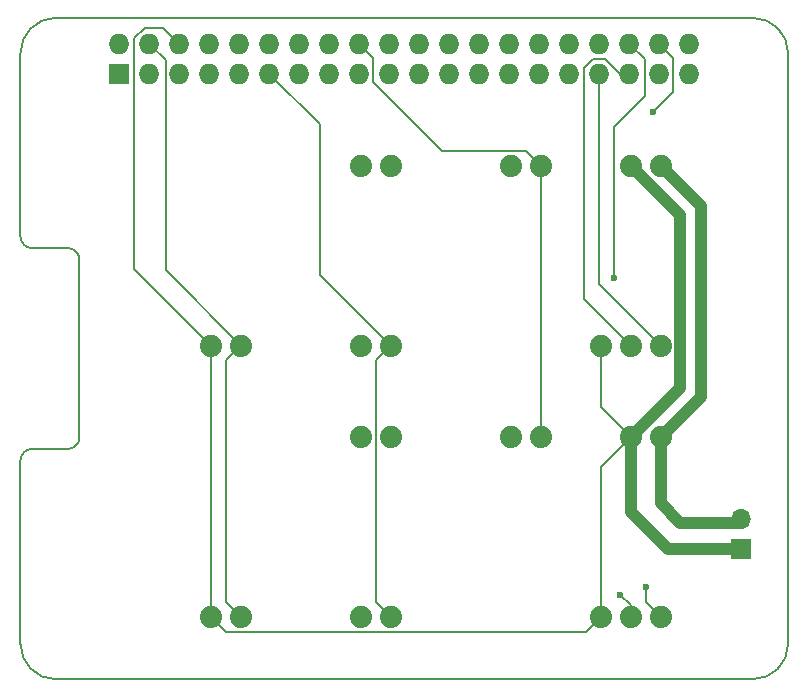
<source format=gbr>
%TF.GenerationSoftware,KiCad,Pcbnew,(6.0.7)*%
%TF.CreationDate,2022-10-26T04:57:19-04:00*%
%TF.ProjectId,RPi_Hat,5250695f-4861-4742-9e6b-696361645f70,rev?*%
%TF.SameCoordinates,Original*%
%TF.FileFunction,Copper,L1,Top*%
%TF.FilePolarity,Positive*%
%FSLAX46Y46*%
G04 Gerber Fmt 4.6, Leading zero omitted, Abs format (unit mm)*
G04 Created by KiCad (PCBNEW (6.0.7)) date 2022-10-26 04:57:19*
%MOMM*%
%LPD*%
G01*
G04 APERTURE LIST*
%TA.AperFunction,Profile*%
%ADD10C,0.200000*%
%TD*%
%TA.AperFunction,ComponentPad*%
%ADD11C,1.879600*%
%TD*%
%TA.AperFunction,ComponentPad*%
%ADD12O,1.727200X1.727200*%
%TD*%
%TA.AperFunction,ComponentPad*%
%ADD13R,1.727200X1.727200*%
%TD*%
%TA.AperFunction,ComponentPad*%
%ADD14O,1.700000X1.700000*%
%TD*%
%TA.AperFunction,ComponentPad*%
%ADD15R,1.700000X1.700000*%
%TD*%
%TA.AperFunction,ViaPad*%
%ADD16C,0.600000*%
%TD*%
%TA.AperFunction,Conductor*%
%ADD17C,0.200000*%
%TD*%
%TA.AperFunction,Conductor*%
%ADD18C,1.000000*%
%TD*%
%TA.AperFunction,Conductor*%
%ADD19C,0.250000*%
%TD*%
G04 APERTURE END LIST*
D10*
X105307000Y-109705000D02*
G75*
G03*
X108307000Y-112705000I3000000J0D01*
G01*
X167307000Y-112705000D02*
G75*
G03*
X170307000Y-109705000I0J3000000D01*
G01*
X105307000Y-75205000D02*
G75*
G03*
X106307000Y-76205000I1000000J0D01*
G01*
X110307000Y-77205000D02*
G75*
G03*
X109307000Y-76205000I-1000000J0D01*
G01*
X109307000Y-93205000D02*
G75*
G03*
X110307000Y-92205000I0J1000000D01*
G01*
X106307000Y-93205000D02*
G75*
G03*
X105307000Y-94205000I0J-1000000D01*
G01*
X108307000Y-56705000D02*
G75*
G03*
X105307000Y-59705000I0J-3000000D01*
G01*
X108307000Y-56705000D02*
X167307000Y-56705000D01*
X170307000Y-59705000D02*
G75*
G03*
X167307000Y-56705000I-3000000J0D01*
G01*
X105307000Y-59705000D02*
X105307000Y-75205000D01*
X105307000Y-94205000D02*
X105307000Y-109705000D01*
X170307000Y-59705000D02*
X170307000Y-109705000D01*
X106307000Y-93205000D02*
X109307000Y-93205000D01*
X110307000Y-77205000D02*
X110307000Y-92205000D01*
X106307000Y-76205000D02*
X109307000Y-76205000D01*
X108307000Y-112705000D02*
X167307000Y-112705000D01*
D11*
%TO.P,JP1,2*%
%TO.N,Vin*%
X159512000Y-92202000D03*
%TO.P,JP1,1*%
%TO.N,GND*%
X156972000Y-92202000D03*
%TD*%
%TO.P,JP6,1*%
%TO.N,N/C*%
X146812000Y-92202000D03*
%TO.P,JP6,2*%
%TO.N,MS2*%
X149352000Y-92202000D03*
%TD*%
%TO.P,JP5,1*%
%TO.N,MS1*%
X136652000Y-107442000D03*
%TO.P,JP5,2*%
%TO.N,N/C*%
X134112000Y-107442000D03*
%TD*%
%TO.P,JP7,2*%
%TO.N,N/C*%
X136652000Y-92202000D03*
%TO.P,JP7,1*%
X134112000Y-92202000D03*
%TD*%
%TO.P,JP4,1*%
%TO.N,5v*%
X123952000Y-107442000D03*
%TO.P,JP4,2*%
%TO.N,GND*%
X121412000Y-107442000D03*
%TD*%
%TO.P,JP2,1*%
%TO.N,GND*%
X154432000Y-107442000D03*
%TO.P,JP2,2*%
%TO.N,STEP2*%
X156972000Y-107442000D03*
%TO.P,JP2,3*%
%TO.N,DIR2*%
X159512000Y-107442000D03*
%TD*%
%TO.P,JP1,1*%
%TO.N,GND*%
X156972000Y-69215000D03*
%TO.P,JP1,2*%
%TO.N,Vin*%
X159512000Y-69215000D03*
%TD*%
%TO.P,JP6,1*%
%TO.N,N/C*%
X146812000Y-69215000D03*
%TO.P,JP6,2*%
%TO.N,MS2*%
X149352000Y-69215000D03*
%TD*%
%TO.P,JP5,2*%
%TO.N,N/C*%
X134112000Y-84455000D03*
%TO.P,JP5,1*%
%TO.N,MS1*%
X136652000Y-84455000D03*
%TD*%
%TO.P,JP7,1*%
%TO.N,N/C*%
X134112000Y-69215000D03*
%TO.P,JP7,2*%
X136652000Y-69215000D03*
%TD*%
%TO.P,JP4,2*%
%TO.N,GND*%
X121412000Y-84455000D03*
%TO.P,JP4,1*%
%TO.N,5v*%
X123952000Y-84455000D03*
%TD*%
%TO.P,JP2,3*%
%TO.N,DIR1*%
X159512000Y-84455000D03*
%TO.P,JP2,2*%
%TO.N,STEP1*%
X156972000Y-84455000D03*
%TO.P,JP2,1*%
%TO.N,GND*%
X154432000Y-84455000D03*
%TD*%
D12*
%TO.P,J19,40,BCM21_SCLK_PCM_DO*%
%TO.N,unconnected-(J19-Pad40)*%
X161937000Y-58935000D03*
%TO.P,J19,39,GND*%
%TO.N,unconnected-(J19-Pad39)*%
X161937000Y-61475000D03*
%TO.P,J19,38,BCM20_MOSI_PCM_DI*%
%TO.N,DIR2*%
X159397000Y-58935000D03*
%TO.P,J19,37,BCM26*%
%TO.N,unconnected-(J19-Pad37)*%
X159397000Y-61475000D03*
%TO.P,J19,36,BCM16*%
%TO.N,STEP2*%
X156857000Y-58935000D03*
%TO.P,J19,35,BCM19_MISO_PCM_FS*%
%TO.N,STEP1*%
X156857000Y-61475000D03*
%TO.P,J19,34,GND*%
%TO.N,unconnected-(J19-Pad34)*%
X154317000Y-58935000D03*
%TO.P,J19,33,BCM13_PWM1*%
%TO.N,DIR1*%
X154317000Y-61475000D03*
%TO.P,J19,32,BCM12_PWM0*%
%TO.N,unconnected-(J19-Pad32)*%
X151777000Y-58935000D03*
%TO.P,J19,31,BCM6*%
%TO.N,unconnected-(J19-Pad31)*%
X151777000Y-61475000D03*
%TO.P,J19,30,GND*%
%TO.N,unconnected-(J19-Pad30)*%
X149237000Y-58935000D03*
%TO.P,J19,29,BCM5*%
%TO.N,unconnected-(J19-Pad29)*%
X149237000Y-61475000D03*
%TO.P,J19,28,BCM1_ID_SC*%
%TO.N,unconnected-(J19-Pad28)*%
X146697000Y-58935000D03*
%TO.P,J19,27,BCM0_ID_SD*%
%TO.N,unconnected-(J19-Pad27)*%
X146697000Y-61475000D03*
%TO.P,J19,26,BCM7_CE1*%
%TO.N,unconnected-(J19-Pad26)*%
X144157000Y-58935000D03*
%TO.P,J19,25,GND*%
%TO.N,unconnected-(J19-Pad25)*%
X144157000Y-61475000D03*
%TO.P,J19,24,BCM8_CE0*%
%TO.N,unconnected-(J19-Pad24)*%
X141617000Y-58935000D03*
%TO.P,J19,23,BCM11_SCLK*%
%TO.N,unconnected-(J19-Pad23)*%
X141617000Y-61475000D03*
%TO.P,J19,22,BCM25*%
%TO.N,unconnected-(J19-Pad22)*%
X139077000Y-58935000D03*
%TO.P,J19,21,BCM9_MISO*%
%TO.N,unconnected-(J19-Pad21)*%
X139077000Y-61475000D03*
%TO.P,J19,20,GND*%
%TO.N,unconnected-(J19-Pad20)*%
X136537000Y-58935000D03*
%TO.P,J19,19,BCM10_MOSI*%
%TO.N,unconnected-(J19-Pad19)*%
X136537000Y-61475000D03*
%TO.P,J19,18,BCM24*%
%TO.N,MS2*%
X133997000Y-58935000D03*
%TO.P,J19,17,3.3V*%
%TO.N,unconnected-(J19-Pad17)*%
X133997000Y-61475000D03*
%TO.P,J19,16,BCM23*%
%TO.N,unconnected-(J19-Pad16)*%
X131457000Y-58935000D03*
%TO.P,J19,15,BCM22*%
%TO.N,unconnected-(J19-Pad15)*%
X131457000Y-61475000D03*
%TO.P,J19,14,GND*%
%TO.N,unconnected-(J19-Pad14)*%
X128917000Y-58935000D03*
%TO.P,J19,13,BCM27*%
%TO.N,unconnected-(J19-Pad13)*%
X128917000Y-61475000D03*
%TO.P,J19,12,BCM18_PCM_C*%
%TO.N,unconnected-(J19-Pad12)*%
X126377000Y-58935000D03*
%TO.P,J19,11,BCM17*%
%TO.N,MS1*%
X126377000Y-61475000D03*
%TO.P,J19,10,BCM15_RXD*%
%TO.N,unconnected-(J19-Pad10)*%
X123837000Y-58935000D03*
%TO.P,J19,9,GND*%
%TO.N,unconnected-(J19-Pad9)*%
X123837000Y-61475000D03*
%TO.P,J19,8,BCM14_TXD*%
%TO.N,unconnected-(J19-Pad8)*%
X121297000Y-58935000D03*
%TO.P,J19,7,BCM4_GPCLK0*%
%TO.N,unconnected-(J19-Pad7)*%
X121297000Y-61475000D03*
%TO.P,J19,6,GND*%
%TO.N,GND*%
X118757000Y-58935000D03*
%TO.P,J19,5,BCM3_SCL*%
%TO.N,unconnected-(J19-Pad5)*%
X118757000Y-61475000D03*
%TO.P,J19,4,5V*%
%TO.N,5v*%
X116217000Y-58935000D03*
%TO.P,J19,3,BCM2_SDA*%
%TO.N,unconnected-(J19-Pad3)*%
X116217000Y-61475000D03*
%TO.P,J19,2,5V*%
%TO.N,unconnected-(J19-Pad2)*%
X113677000Y-58935000D03*
D13*
%TO.P,J19,1,3.3V*%
%TO.N,N/C*%
X113677000Y-61475000D03*
%TD*%
D14*
%TO.P,J12,2,Pin_2*%
%TO.N,Vin*%
X166345000Y-99167000D03*
D15*
%TO.P,J12,1,Pin_1*%
%TO.N,GND*%
X166345000Y-101707000D03*
%TD*%
D16*
%TO.N,DIR2*%
X158877000Y-64643000D03*
X158242000Y-104902000D03*
%TO.N,STEP2*%
X156083000Y-105537000D03*
X155575000Y-78740000D03*
%TD*%
D17*
%TO.N,DIR2*%
X158242000Y-104902000D02*
X158242000Y-106172000D01*
X158242000Y-106172000D02*
X159512000Y-107442000D01*
%TO.N,GND*%
X154432000Y-94742000D02*
X156972000Y-92202000D01*
X154432000Y-107442000D02*
X154432000Y-94742000D01*
X154432000Y-89662000D02*
X156972000Y-92202000D01*
X154432000Y-84455000D02*
X154432000Y-89662000D01*
%TO.N,DIR2*%
X160560600Y-60098600D02*
X159397000Y-58935000D01*
X160560600Y-62959400D02*
X160560600Y-60098600D01*
X158877000Y-64643000D02*
X160560600Y-62959400D01*
%TO.N,STEP2*%
X156972000Y-106426000D02*
X156972000Y-107442000D01*
X156083000Y-105537000D02*
X156972000Y-106426000D01*
X155575000Y-65913000D02*
X155575000Y-78740000D01*
X158115000Y-63373000D02*
X155575000Y-65913000D01*
X158155320Y-63332680D02*
X158115000Y-63373000D01*
X158155320Y-60233320D02*
X158155320Y-63332680D01*
X156857000Y-58935000D02*
X158155320Y-60233320D01*
%TO.N,STEP1*%
X156090000Y-61475000D02*
X156857000Y-61475000D01*
X153797000Y-60198000D02*
X154813000Y-60198000D01*
X153035000Y-60960000D02*
X153797000Y-60198000D01*
X153035000Y-80518000D02*
X153035000Y-60960000D01*
X156972000Y-84455000D02*
X153035000Y-80518000D01*
X154813000Y-60198000D02*
X156090000Y-61475000D01*
%TO.N,DIR1*%
X154317000Y-61475000D02*
X154317000Y-79260000D01*
X154317000Y-79260000D02*
X159512000Y-84455000D01*
%TO.N,GND*%
X153162000Y-108712000D02*
X154432000Y-107442000D01*
X122682000Y-108712000D02*
X153162000Y-108712000D01*
X121412000Y-107442000D02*
X122682000Y-108712000D01*
%TO.N,MS1*%
X135412200Y-106202200D02*
X136652000Y-107442000D01*
X135412200Y-85694800D02*
X135412200Y-106202200D01*
X136652000Y-84455000D02*
X135412200Y-85694800D01*
%TO.N,MS2*%
X149352000Y-69215000D02*
X149352000Y-92202000D01*
X148082000Y-67945000D02*
X149352000Y-69215000D01*
X140981559Y-67945000D02*
X148082000Y-67945000D01*
X135160600Y-62124041D02*
X140981559Y-67945000D01*
X133997000Y-58935000D02*
X135160600Y-60098600D01*
X135160600Y-60098600D02*
X135160600Y-62124041D01*
%TO.N,GND*%
X114909320Y-77952320D02*
X121412000Y-84455000D01*
X114909320Y-58445680D02*
X114909320Y-77952320D01*
X115824000Y-57531000D02*
X114909320Y-58445680D01*
X118757000Y-58935000D02*
X117353000Y-57531000D01*
X117353000Y-57531000D02*
X115824000Y-57531000D01*
X121412000Y-84455000D02*
X121412000Y-107442000D01*
%TO.N,5v*%
X122712200Y-106202200D02*
X123952000Y-107442000D01*
X122712200Y-85694800D02*
X122712200Y-106202200D01*
X123952000Y-84455000D02*
X122712200Y-85694800D01*
%TO.N,MS1*%
X130637360Y-78440360D02*
X136652000Y-84455000D01*
X130637360Y-65735360D02*
X130637360Y-78440360D01*
X126377000Y-61475000D02*
X130637360Y-65735360D01*
%TO.N,5v*%
X117593400Y-78096400D02*
X123952000Y-84455000D01*
X117593400Y-60311400D02*
X117593400Y-78096400D01*
X116217000Y-58935000D02*
X117593400Y-60311400D01*
D18*
%TO.N,Vin*%
X159512000Y-97790000D02*
X159512000Y-92334000D01*
X166071000Y-99441000D02*
X161163000Y-99441000D01*
X166345000Y-99167000D02*
X166071000Y-99441000D01*
X161163000Y-99441000D02*
X159512000Y-97790000D01*
%TO.N,GND*%
X160127000Y-101707000D02*
X166345000Y-101707000D01*
X156972000Y-98552000D02*
X160127000Y-101707000D01*
X156972000Y-92202000D02*
X156972000Y-98552000D01*
X161163000Y-73406000D02*
X156972000Y-69215000D01*
X161163000Y-88011000D02*
X161163000Y-73406000D01*
X156972000Y-92202000D02*
X161163000Y-88011000D01*
%TO.N,Vin*%
X162941000Y-88773000D02*
X159512000Y-92202000D01*
X162941000Y-72644000D02*
X162941000Y-88773000D01*
X159512000Y-69215000D02*
X162941000Y-72644000D01*
D19*
X159512000Y-92334000D02*
X159512000Y-92202000D01*
%TD*%
M02*

</source>
